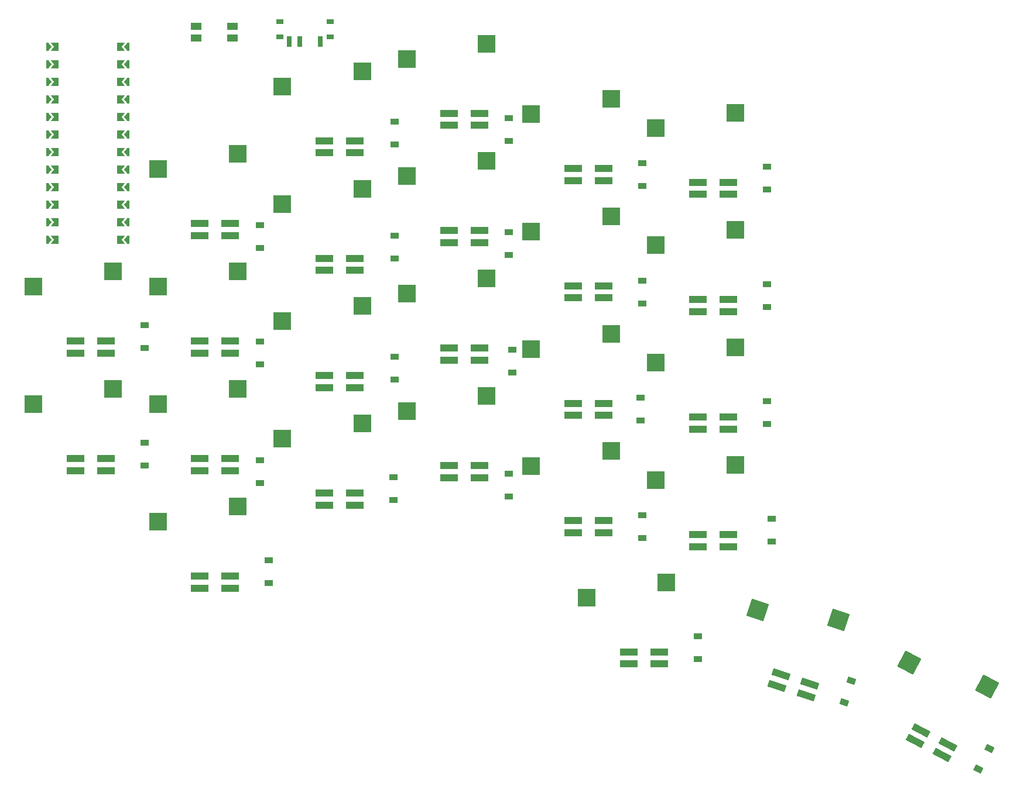
<source format=gbr>
%TF.GenerationSoftware,KiCad,Pcbnew,9.0.6*%
%TF.CreationDate,2025-11-21T16:08:54+01:00*%
%TF.ProjectId,main_pcb,6d61696e-5f70-4636-922e-6b696361645f,v1.0.0*%
%TF.SameCoordinates,Original*%
%TF.FileFunction,Paste,Top*%
%TF.FilePolarity,Positive*%
%FSLAX46Y46*%
G04 Gerber Fmt 4.6, Leading zero omitted, Abs format (unit mm)*
G04 Created by KiCad (PCBNEW 9.0.6) date 2025-11-21 16:08:54*
%MOMM*%
%LPD*%
G01*
G04 APERTURE LIST*
G04 Aperture macros list*
%AMRotRect*
0 Rectangle, with rotation*
0 The origin of the aperture is its center*
0 $1 length*
0 $2 width*
0 $3 Rotation angle, in degrees counterclockwise*
0 Add horizontal line*
21,1,$1,$2,0,0,$3*%
%AMFreePoly0*
4,1,6,0.250000,0.000000,-0.250000,-0.625000,-0.500000,-0.625000,-0.500000,0.625000,-0.250000,0.625000,0.250000,0.000000,0.250000,0.000000,$1*%
%AMFreePoly1*
4,1,6,0.500000,-0.625000,-0.650000,-0.625000,-0.150000,0.000000,-0.650000,0.625000,0.500000,0.625000,0.500000,-0.625000,0.500000,-0.625000,$1*%
G04 Aperture macros list end*
%ADD10FreePoly0,180.000000*%
%ADD11FreePoly0,0.000000*%
%ADD12FreePoly1,180.000000*%
%ADD13FreePoly1,0.000000*%
%ADD14R,2.600000X2.600000*%
%ADD15RotRect,2.600000X1.000000X342.000000*%
%ADD16R,1.550000X1.000000*%
%ADD17R,1.200000X0.900000*%
%ADD18R,1.000000X0.800000*%
%ADD19R,0.700000X1.500000*%
%ADD20R,2.600000X1.000000*%
%ADD21RotRect,0.900000X1.200000X62.000000*%
%ADD22RotRect,0.900000X1.200000X72.000000*%
%ADD23RotRect,2.600000X2.600000X342.000000*%
%ADD24RotRect,2.600000X2.600000X332.000000*%
%ADD25RotRect,2.600000X1.000000X332.000000*%
G04 APERTURE END LIST*
D10*
%TO.C,MCU1*%
X87100000Y-77500000D03*
X87100000Y-80040000D03*
X87100000Y-82580000D03*
X87100000Y-85120000D03*
X87100000Y-87660000D03*
X87100000Y-90200000D03*
X87100000Y-92740000D03*
X87100000Y-95280000D03*
X87100000Y-97820000D03*
X87100000Y-100360000D03*
X87100000Y-102900000D03*
X87100000Y-105440000D03*
D11*
X76100000Y-105440000D03*
X76100000Y-102900000D03*
X76100000Y-100360000D03*
X76100000Y-97820000D03*
X76100000Y-95280000D03*
X76100000Y-92740000D03*
X76100000Y-90200000D03*
X76100000Y-87660000D03*
X76100000Y-85120000D03*
X76100000Y-82580000D03*
X76100000Y-80040000D03*
X76100000Y-77500000D03*
D12*
X86375000Y-77500000D03*
X86375000Y-80040000D03*
X86375000Y-82580000D03*
X86375000Y-85120000D03*
X86375000Y-87660000D03*
X86375000Y-90200000D03*
X86375000Y-92740000D03*
X86375000Y-95280000D03*
X86375000Y-97820000D03*
X86375000Y-100360000D03*
X86375000Y-102900000D03*
X86375000Y-105440000D03*
D13*
X76825000Y-105440000D03*
X76825000Y-102900000D03*
X76825000Y-100360000D03*
X76825000Y-97820000D03*
X76825000Y-95280000D03*
X76825000Y-92740000D03*
X76825000Y-90200000D03*
X76825000Y-87660000D03*
X76825000Y-85120000D03*
X76825000Y-82580000D03*
X76825000Y-80040000D03*
X76825000Y-77500000D03*
%TD*%
D14*
%TO.C,S11*%
X139275000Y-94050000D03*
X127725000Y-96250000D03*
%TD*%
D15*
%TO.C,LED24*%
X181826812Y-168391966D03*
X181286032Y-170056315D03*
X185470680Y-171415990D03*
X186011460Y-169751641D03*
%TD*%
D14*
%TO.C,S1*%
X103275000Y-144050000D03*
X91725000Y-146250000D03*
%TD*%
D16*
%TO.C,B2*%
X97250000Y-74525000D03*
X102500000Y-74525000D03*
X97250000Y-76225000D03*
X102500000Y-76225000D03*
%TD*%
D14*
%TO.C,S8*%
X121275000Y-81050000D03*
X109725000Y-83250000D03*
%TD*%
D17*
%TO.C,D3*%
X106500000Y-123500000D03*
X106500000Y-120200000D03*
%TD*%
D14*
%TO.C,S21*%
X85275000Y-127050000D03*
X73725000Y-129250000D03*
%TD*%
%TO.C,S23*%
X165275000Y-155050000D03*
X153725000Y-157250000D03*
%TD*%
D18*
%TO.C,SW1*%
X109350000Y-76085000D03*
X116650000Y-76085000D03*
X109350000Y-73875000D03*
X116650000Y-73875000D03*
D19*
X115250000Y-76735000D03*
X112250000Y-76735000D03*
X110750000Y-76735000D03*
%TD*%
D17*
%TO.C,D10*%
X143000000Y-124650000D03*
X143000000Y-121350000D03*
%TD*%
D14*
%TO.C,S15*%
X157275000Y-102050000D03*
X145725000Y-104250000D03*
%TD*%
D20*
%TO.C,LED14*%
X151800000Y-129125000D03*
X151800000Y-130875000D03*
X156200000Y-130875000D03*
X156200000Y-129125000D03*
%TD*%
D17*
%TO.C,D8*%
X126000000Y-91650000D03*
X126000000Y-88350000D03*
%TD*%
D14*
%TO.C,S9*%
X139275000Y-128050000D03*
X127725000Y-130250000D03*
%TD*%
D20*
%TO.C,LED22*%
X79800000Y-120125000D03*
X79800000Y-121875000D03*
X84200000Y-121875000D03*
X84200000Y-120125000D03*
%TD*%
D21*
%TO.C,D25*%
X210398233Y-182064637D03*
X211947489Y-179150909D03*
%TD*%
D14*
%TO.C,S13*%
X157275000Y-136050000D03*
X145725000Y-138250000D03*
%TD*%
D17*
%TO.C,D23*%
X169800000Y-166150000D03*
X169800000Y-162850000D03*
%TD*%
%TO.C,D5*%
X125800000Y-143150000D03*
X125800000Y-139850000D03*
%TD*%
%TO.C,D1*%
X107800000Y-155150000D03*
X107800000Y-151850000D03*
%TD*%
%TO.C,D4*%
X106500000Y-106650000D03*
X106500000Y-103350000D03*
%TD*%
D20*
%TO.C,LED21*%
X79800000Y-137125000D03*
X79800000Y-138875000D03*
X84200000Y-138875000D03*
X84200000Y-137125000D03*
%TD*%
D14*
%TO.C,S17*%
X175275000Y-138050000D03*
X163725000Y-140250000D03*
%TD*%
D20*
%TO.C,LED12*%
X133800000Y-87125000D03*
X133800000Y-88875000D03*
X138200000Y-88875000D03*
X138200000Y-87125000D03*
%TD*%
%TO.C,LED2*%
X97800000Y-137125000D03*
X97800000Y-138875000D03*
X102200000Y-138875000D03*
X102200000Y-137125000D03*
%TD*%
D17*
%TO.C,D6*%
X126000000Y-125650000D03*
X126000000Y-122350000D03*
%TD*%
D20*
%TO.C,LED23*%
X159800000Y-165125000D03*
X159800000Y-166875000D03*
X164200000Y-166875000D03*
X164200000Y-165125000D03*
%TD*%
D17*
%TO.C,D9*%
X142500000Y-142650000D03*
X142500000Y-139350000D03*
%TD*%
D14*
%TO.C,S2*%
X103275000Y-127050000D03*
X91725000Y-129250000D03*
%TD*%
D17*
%TO.C,D13*%
X161800000Y-148650000D03*
X161800000Y-145350000D03*
%TD*%
D14*
%TO.C,S12*%
X139275000Y-77050000D03*
X127725000Y-79250000D03*
%TD*%
%TO.C,S14*%
X157275000Y-119050000D03*
X145725000Y-121250000D03*
%TD*%
%TO.C,S4*%
X103275000Y-93050000D03*
X91725000Y-95250000D03*
%TD*%
D20*
%TO.C,LED20*%
X169800000Y-97125000D03*
X169800000Y-98875000D03*
X174200000Y-98875000D03*
X174200000Y-97125000D03*
%TD*%
D17*
%TO.C,D17*%
X180500000Y-149150000D03*
X180500000Y-145850000D03*
%TD*%
D14*
%TO.C,S18*%
X175275000Y-121050000D03*
X163725000Y-123250000D03*
%TD*%
D20*
%TO.C,LED7*%
X115800000Y-108125000D03*
X115800000Y-109875000D03*
X120200000Y-109875000D03*
X120200000Y-108125000D03*
%TD*%
D14*
%TO.C,S3*%
X103275000Y-110050000D03*
X91725000Y-112250000D03*
%TD*%
D17*
%TO.C,D21*%
X89800000Y-138150000D03*
X89800000Y-134850000D03*
%TD*%
D20*
%TO.C,LED11*%
X133800000Y-104125000D03*
X133800000Y-105875000D03*
X138200000Y-105875000D03*
X138200000Y-104125000D03*
%TD*%
%TO.C,LED1*%
X97800000Y-154125000D03*
X97800000Y-155875000D03*
X102200000Y-155875000D03*
X102200000Y-154125000D03*
%TD*%
D17*
%TO.C,D18*%
X179800000Y-132150000D03*
X179800000Y-128850000D03*
%TD*%
D22*
%TO.C,D24*%
X191020634Y-172456969D03*
X192040390Y-169318483D03*
%TD*%
D20*
%TO.C,LED13*%
X151800000Y-146125000D03*
X151800000Y-147875000D03*
X156200000Y-147875000D03*
X156200000Y-146125000D03*
%TD*%
D14*
%TO.C,S16*%
X157275000Y-85050000D03*
X145725000Y-87250000D03*
%TD*%
D23*
%TO.C,S24*%
X190147192Y-160501939D03*
X178482652Y-159025117D03*
%TD*%
D17*
%TO.C,D19*%
X179800000Y-115150000D03*
X179800000Y-111850000D03*
%TD*%
D24*
%TO.C,S25*%
X211614029Y-170139559D03*
X200383147Y-166659647D03*
%TD*%
D20*
%TO.C,LED3*%
X97800000Y-120125000D03*
X97800000Y-121875000D03*
X102200000Y-121875000D03*
X102200000Y-120125000D03*
%TD*%
D17*
%TO.C,D14*%
X161500000Y-131650000D03*
X161500000Y-128350000D03*
%TD*%
D20*
%TO.C,LED10*%
X133800000Y-121125000D03*
X133800000Y-122875000D03*
X138200000Y-122875000D03*
X138200000Y-121125000D03*
%TD*%
%TO.C,LED19*%
X169800000Y-114125000D03*
X169800000Y-115875000D03*
X174200000Y-115875000D03*
X174200000Y-114125000D03*
%TD*%
%TO.C,LED8*%
X115800000Y-91125000D03*
X115800000Y-92875000D03*
X120200000Y-92875000D03*
X120200000Y-91125000D03*
%TD*%
D14*
%TO.C,S22*%
X85275000Y-110050000D03*
X73725000Y-112250000D03*
%TD*%
D17*
%TO.C,D20*%
X179800000Y-98150000D03*
X179800000Y-94850000D03*
%TD*%
D14*
%TO.C,S7*%
X121275000Y-98050000D03*
X109725000Y-100250000D03*
%TD*%
%TO.C,S5*%
X121275000Y-132050000D03*
X109725000Y-134250000D03*
%TD*%
%TO.C,S10*%
X139275000Y-111050000D03*
X127725000Y-113250000D03*
%TD*%
D25*
%TO.C,LED25*%
X202049965Y-176464899D03*
X201228390Y-178010058D03*
X205113359Y-180075733D03*
X205934934Y-178530574D03*
%TD*%
D20*
%TO.C,LED6*%
X115800000Y-125125000D03*
X115800000Y-126875000D03*
X120200000Y-126875000D03*
X120200000Y-125125000D03*
%TD*%
D14*
%TO.C,S19*%
X175275000Y-104050000D03*
X163725000Y-106250000D03*
%TD*%
D20*
%TO.C,LED4*%
X97800000Y-103125000D03*
X97800000Y-104875000D03*
X102200000Y-104875000D03*
X102200000Y-103125000D03*
%TD*%
%TO.C,LED17*%
X169800000Y-148125000D03*
X169800000Y-149875000D03*
X174200000Y-149875000D03*
X174200000Y-148125000D03*
%TD*%
D17*
%TO.C,D7*%
X126000000Y-108150000D03*
X126000000Y-104850000D03*
%TD*%
%TO.C,D16*%
X161800000Y-97650000D03*
X161800000Y-94350000D03*
%TD*%
D20*
%TO.C,LED16*%
X151800000Y-95125000D03*
X151800000Y-96875000D03*
X156200000Y-96875000D03*
X156200000Y-95125000D03*
%TD*%
%TO.C,LED5*%
X115800000Y-142125000D03*
X115800000Y-143875000D03*
X120200000Y-143875000D03*
X120200000Y-142125000D03*
%TD*%
%TO.C,LED15*%
X151800000Y-112125000D03*
X151800000Y-113875000D03*
X156200000Y-113875000D03*
X156200000Y-112125000D03*
%TD*%
D17*
%TO.C,D11*%
X142500000Y-107650000D03*
X142500000Y-104350000D03*
%TD*%
D14*
%TO.C,S20*%
X175275000Y-87050000D03*
X163725000Y-89250000D03*
%TD*%
D17*
%TO.C,D15*%
X161800000Y-114650000D03*
X161800000Y-111350000D03*
%TD*%
D20*
%TO.C,LED9*%
X133800000Y-138125000D03*
X133800000Y-139875000D03*
X138200000Y-139875000D03*
X138200000Y-138125000D03*
%TD*%
%TO.C,LED18*%
X169800000Y-131125000D03*
X169800000Y-132875000D03*
X174200000Y-132875000D03*
X174200000Y-131125000D03*
%TD*%
D17*
%TO.C,D12*%
X142500000Y-91150000D03*
X142500000Y-87850000D03*
%TD*%
%TO.C,D22*%
X89800000Y-121150000D03*
X89800000Y-117850000D03*
%TD*%
D14*
%TO.C,S6*%
X121275000Y-115050000D03*
X109725000Y-117250000D03*
%TD*%
D17*
%TO.C,D2*%
X106500000Y-140650000D03*
X106500000Y-137350000D03*
%TD*%
M02*

</source>
